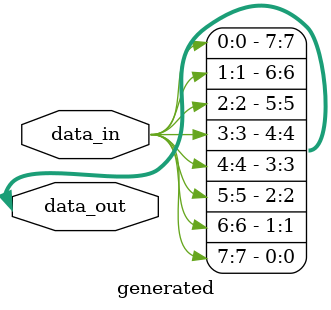
<source format=v>
/* verilog的for和C语言的for的不同点；
C语言的for里面的语句是串行顺序执行，
而verilog的for内的语句实际是并行的，
只是为了写代码方便才用for对多个同样的结构赋值。
当相同结构的赋值语句较多时，使用for语句能够简化代码，并不会影响实际综合后的电路结构。
*/

// （1）generate for的循环变量必须用genvar声明，for的变量可以用reg、integer整数等多种类型声明；
// （2）for只能用在always块里面，generate for可以做assign赋值，用always块话always写在generate for里；
// （3）generate for后面必须给这个循环起一个名字，for不需要；
// （4）generate for还可以用于例化模块；
module generated(
    input [7:0] data_in,
    input [7:0] data_out
);
genvar  i;
generate
    for(i = 0; i<8; i = i+ 1)begin
        assign data_out[i] = data_in[7-i];
    end
endgenerate
endmodule
</source>
